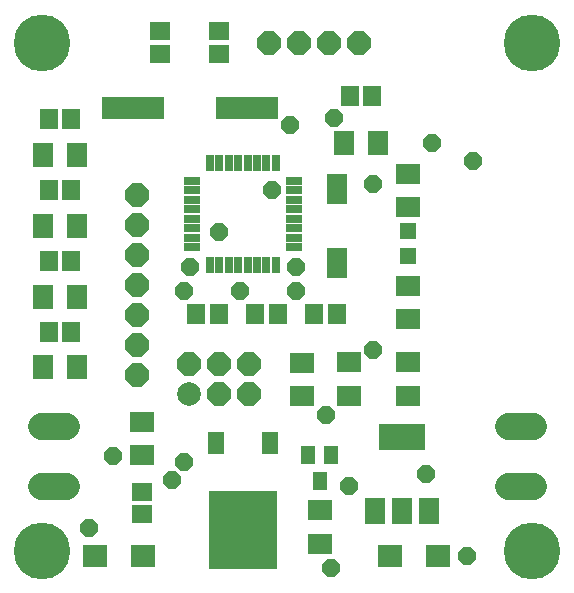
<source format=gbr>
G75*
%MOIN*%
%OFA0B0*%
%FSLAX25Y25*%
%IPPOS*%
%LPD*%
%AMOC8*
5,1,8,0,0,1.08239X$1,22.5*
%
%ADD10R,0.05918X0.06706*%
%ADD11R,0.07099X0.07898*%
%ADD12OC8,0.07887*%
%ADD13R,0.20800X0.07800*%
%ADD14R,0.06706X0.05918*%
%ADD15C,0.07887*%
%ADD16R,0.02769X0.05800*%
%ADD17R,0.05800X0.02769*%
%ADD18R,0.04737X0.06312*%
%ADD19R,0.05524X0.05524*%
%ADD20R,0.06706X0.08674*%
%ADD21R,0.15761X0.08674*%
%ADD22R,0.07887X0.07099*%
%ADD23R,0.07898X0.07099*%
%ADD24C,0.09150*%
%ADD25R,0.07887X0.07493*%
%ADD26R,0.22847X0.25997*%
%ADD27R,0.05524X0.07493*%
%ADD28R,0.07099X0.09855*%
%ADD29OC8,0.05918*%
%ADD30C,0.18910*%
D10*
X0044288Y0092351D03*
X0051768Y0092351D03*
X0051768Y0115973D03*
X0044288Y0115973D03*
X0044288Y0139595D03*
X0051768Y0139595D03*
X0051768Y0163217D03*
X0044288Y0163217D03*
X0093501Y0098257D03*
X0100981Y0098257D03*
X0113186Y0098257D03*
X0120666Y0098257D03*
X0132871Y0098257D03*
X0140351Y0098257D03*
X0144682Y0171091D03*
X0152162Y0171091D03*
D11*
X0154020Y0155343D03*
X0142823Y0155343D03*
X0053627Y0151406D03*
X0042430Y0151406D03*
X0042430Y0127784D03*
X0053627Y0127784D03*
X0053627Y0104162D03*
X0042430Y0104162D03*
X0042430Y0080540D03*
X0053627Y0080540D03*
D12*
X0073619Y0078099D03*
X0073619Y0088099D03*
X0073619Y0098099D03*
X0073619Y0108099D03*
X0073619Y0118099D03*
X0073619Y0128099D03*
X0073619Y0138099D03*
X0117674Y0188808D03*
X0127674Y0188808D03*
X0137674Y0188808D03*
X0147674Y0188808D03*
X0111178Y0081603D03*
X0111178Y0071603D03*
X0101178Y0071603D03*
X0101178Y0081603D03*
X0091178Y0081603D03*
D13*
X0072335Y0167154D03*
X0110335Y0167154D03*
D14*
X0101178Y0185068D03*
X0101178Y0192548D03*
X0081493Y0192548D03*
X0081493Y0185068D03*
X0075587Y0039005D03*
X0075587Y0031524D03*
D15*
X0091178Y0071603D03*
D16*
X0098028Y0114821D03*
X0101178Y0114821D03*
X0104327Y0114821D03*
X0107477Y0114821D03*
X0110627Y0114821D03*
X0113776Y0114821D03*
X0116926Y0114821D03*
X0120075Y0114821D03*
X0120075Y0148621D03*
X0116926Y0148621D03*
X0113776Y0148621D03*
X0110627Y0148621D03*
X0107477Y0148621D03*
X0104327Y0148621D03*
X0101178Y0148621D03*
X0098028Y0148621D03*
D17*
X0092152Y0142745D03*
X0092152Y0139595D03*
X0092152Y0136446D03*
X0092152Y0133296D03*
X0092152Y0130146D03*
X0092152Y0126997D03*
X0092152Y0123847D03*
X0092152Y0120698D03*
X0125952Y0120698D03*
X0125952Y0123847D03*
X0125952Y0126997D03*
X0125952Y0130146D03*
X0125952Y0133296D03*
X0125952Y0136446D03*
X0125952Y0139595D03*
X0125952Y0142745D03*
D18*
X0130902Y0051406D03*
X0138383Y0051406D03*
X0134642Y0042745D03*
D19*
X0164170Y0117745D03*
X0164170Y0126013D03*
D20*
X0162201Y0032706D03*
X0153146Y0032706D03*
X0171257Y0032706D03*
D21*
X0162201Y0057509D03*
D22*
X0128737Y0071091D03*
X0128737Y0082115D03*
X0164170Y0134083D03*
X0164170Y0145107D03*
D23*
X0164170Y0107792D03*
X0164170Y0096595D03*
X0164170Y0082202D03*
X0164170Y0071005D03*
X0144485Y0071005D03*
X0144485Y0082202D03*
X0134642Y0032989D03*
X0134642Y0021792D03*
X0075587Y0051320D03*
X0075587Y0062517D03*
D24*
X0050235Y0060913D02*
X0041885Y0060913D01*
X0041885Y0041113D02*
X0050235Y0041113D01*
X0197397Y0041113D02*
X0205746Y0041113D01*
X0205746Y0060913D02*
X0197397Y0060913D01*
D25*
X0174209Y0017548D03*
X0158068Y0017548D03*
X0075784Y0017548D03*
X0059642Y0017548D03*
D26*
X0109052Y0026485D03*
D27*
X0118028Y0055225D03*
X0100075Y0055225D03*
D28*
X0140548Y0115383D03*
X0140548Y0140186D03*
D29*
X0152359Y0141564D03*
X0172044Y0155343D03*
X0185823Y0149438D03*
X0139564Y0163709D03*
X0124800Y0161249D03*
X0118894Y0139595D03*
X0101178Y0125816D03*
X0091335Y0114005D03*
X0089367Y0106131D03*
X0108068Y0106131D03*
X0126768Y0106131D03*
X0126768Y0114005D03*
X0152359Y0086446D03*
X0136611Y0064792D03*
X0144485Y0041170D03*
X0170075Y0045107D03*
X0183855Y0017548D03*
X0138579Y0013611D03*
X0089367Y0049044D03*
X0085430Y0043139D03*
X0065745Y0051013D03*
X0057871Y0026898D03*
D30*
X0042123Y0019517D03*
X0205509Y0019517D03*
X0205509Y0188808D03*
X0042123Y0188808D03*
M02*

</source>
